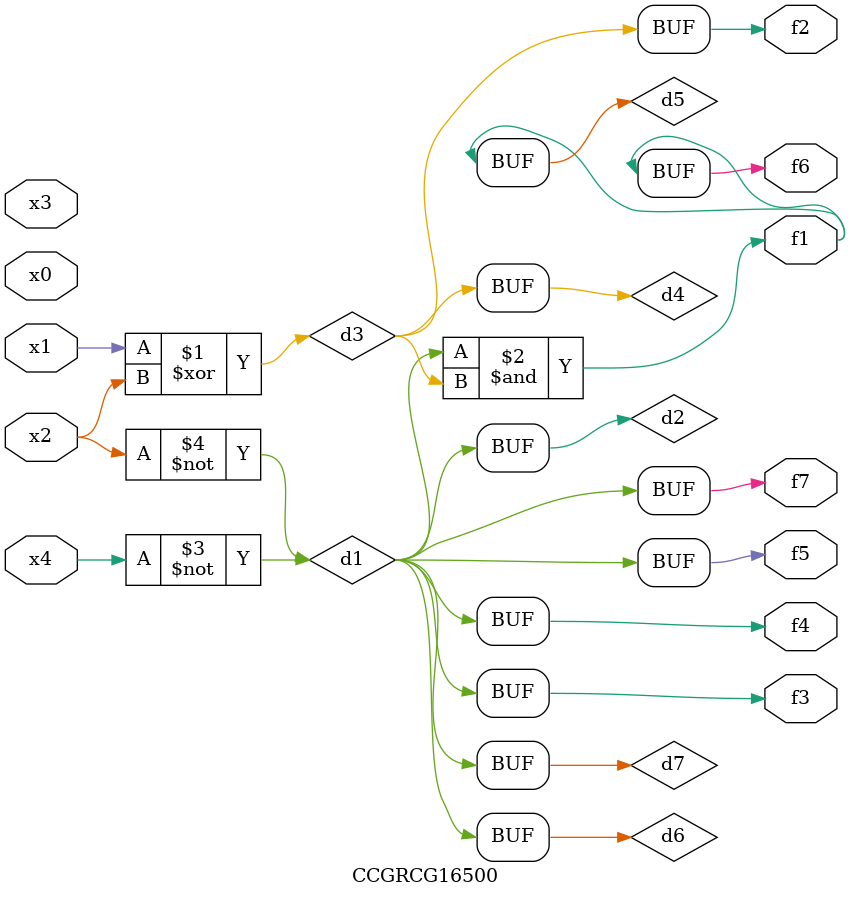
<source format=v>
module CCGRCG16500(
	input x0, x1, x2, x3, x4,
	output f1, f2, f3, f4, f5, f6, f7
);

	wire d1, d2, d3, d4, d5, d6, d7;

	not (d1, x4);
	not (d2, x2);
	xor (d3, x1, x2);
	buf (d4, d3);
	and (d5, d1, d3);
	buf (d6, d1, d2);
	buf (d7, d2);
	assign f1 = d5;
	assign f2 = d4;
	assign f3 = d7;
	assign f4 = d7;
	assign f5 = d7;
	assign f6 = d5;
	assign f7 = d7;
endmodule

</source>
